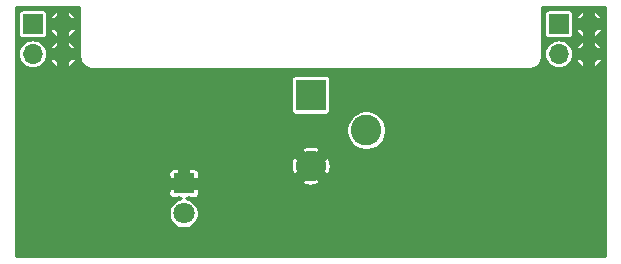
<source format=gbr>
G04 #@! TF.GenerationSoftware,KiCad,Pcbnew,(5.1.4)-1*
G04 #@! TF.CreationDate,2019-09-27T14:23:11+09:00*
G04 #@! TF.ProjectId,project 02,70726f6a-6563-4742-9030-322e6b696361,1*
G04 #@! TF.SameCoordinates,Original*
G04 #@! TF.FileFunction,Copper,L2,Bot*
G04 #@! TF.FilePolarity,Positive*
%FSLAX46Y46*%
G04 Gerber Fmt 4.6, Leading zero omitted, Abs format (unit mm)*
G04 Created by KiCad (PCBNEW (5.1.4)-1) date 2019-09-27 14:23:11*
%MOMM*%
%LPD*%
G04 APERTURE LIST*
%ADD10R,1.800000X1.800000*%
%ADD11C,1.800000*%
%ADD12O,1.700000X1.700000*%
%ADD13R,1.700000X1.700000*%
%ADD14R,2.600000X2.600000*%
%ADD15C,2.600000*%
%ADD16C,0.800000*%
%ADD17C,0.254000*%
G04 APERTURE END LIST*
D10*
X119250000Y-45000000D03*
D11*
X119250000Y-47540000D03*
D12*
X153540000Y-34040000D03*
X153540000Y-31500000D03*
X151000000Y-34040000D03*
D13*
X151000000Y-31500000D03*
D14*
X130000000Y-37500000D03*
D15*
X130000000Y-43500000D03*
X134700000Y-40500000D03*
D13*
X106460000Y-31500000D03*
D12*
X106460000Y-34040000D03*
X109000000Y-31500000D03*
X109000000Y-34040000D03*
D16*
X112250000Y-35750000D03*
X115750000Y-35750000D03*
X119250000Y-35750000D03*
X122750000Y-35750000D03*
X126250000Y-35750000D03*
X133750000Y-35750000D03*
X137750000Y-35750000D03*
X141250000Y-35750000D03*
X144750000Y-35750000D03*
X148250000Y-35750000D03*
X154500000Y-44250000D03*
X154500000Y-47500000D03*
X154500000Y-50750000D03*
X150500000Y-50750000D03*
X146750000Y-50750000D03*
X142750000Y-50750000D03*
X123250000Y-50750000D03*
X120250000Y-50750000D03*
X108500000Y-48500000D03*
X105500000Y-48500000D03*
X105500000Y-45500000D03*
X111500000Y-48500000D03*
X105500000Y-42500000D03*
D17*
G36*
X110419001Y-34278540D02*
G01*
X110421424Y-34303141D01*
X110421403Y-34306148D01*
X110422195Y-34314221D01*
X110427290Y-34362698D01*
X110427408Y-34363896D01*
X110427420Y-34363936D01*
X110432395Y-34411270D01*
X110442986Y-34462867D01*
X110452851Y-34514579D01*
X110455195Y-34522345D01*
X110484051Y-34615564D01*
X110504457Y-34664107D01*
X110524185Y-34712935D01*
X110527994Y-34720098D01*
X110574406Y-34805936D01*
X110603880Y-34849632D01*
X110632687Y-34893653D01*
X110637810Y-34899935D01*
X110637814Y-34899941D01*
X110637819Y-34899946D01*
X110700015Y-34975129D01*
X110737365Y-35012219D01*
X110774220Y-35049854D01*
X110780470Y-35055025D01*
X110856091Y-35116701D01*
X110899961Y-35145848D01*
X110943408Y-35175596D01*
X110950544Y-35179455D01*
X111036705Y-35225267D01*
X111085409Y-35245341D01*
X111133786Y-35266076D01*
X111141536Y-35268475D01*
X111141540Y-35268477D01*
X111141545Y-35268478D01*
X111234953Y-35296680D01*
X111286617Y-35306910D01*
X111338122Y-35317857D01*
X111346179Y-35318704D01*
X111346185Y-35318705D01*
X111346190Y-35318705D01*
X111443047Y-35328201D01*
X111471460Y-35331000D01*
X148528540Y-35331000D01*
X148553150Y-35328576D01*
X148556148Y-35328597D01*
X148564221Y-35327805D01*
X148612546Y-35322726D01*
X148613896Y-35322593D01*
X148613941Y-35322579D01*
X148661270Y-35317605D01*
X148712867Y-35307014D01*
X148764579Y-35297149D01*
X148772345Y-35294805D01*
X148865564Y-35265949D01*
X148914107Y-35245543D01*
X148962935Y-35225815D01*
X148970091Y-35222010D01*
X148970095Y-35222008D01*
X148970098Y-35222006D01*
X149055936Y-35175594D01*
X149099632Y-35146120D01*
X149143653Y-35117313D01*
X149149938Y-35112188D01*
X149149941Y-35112186D01*
X149149946Y-35112181D01*
X149225129Y-35049985D01*
X149262219Y-35012635D01*
X149299854Y-34975780D01*
X149305025Y-34969530D01*
X149366701Y-34893909D01*
X149395848Y-34850039D01*
X149425596Y-34806592D01*
X149429455Y-34799456D01*
X149475267Y-34713295D01*
X149495341Y-34664591D01*
X149516076Y-34616214D01*
X149518475Y-34608465D01*
X149546680Y-34515047D01*
X149556910Y-34463383D01*
X149567857Y-34411878D01*
X149568704Y-34403821D01*
X149568705Y-34403815D01*
X149568705Y-34403810D01*
X149578227Y-34306693D01*
X149581000Y-34278540D01*
X149581000Y-34040000D01*
X149763044Y-34040000D01*
X149786812Y-34281318D01*
X149857202Y-34513363D01*
X149971509Y-34727216D01*
X150125340Y-34914660D01*
X150312784Y-35068491D01*
X150526637Y-35182798D01*
X150758682Y-35253188D01*
X150939528Y-35271000D01*
X151060472Y-35271000D01*
X151241318Y-35253188D01*
X151473363Y-35182798D01*
X151687216Y-35068491D01*
X151874660Y-34914660D01*
X152028491Y-34727216D01*
X152100804Y-34591928D01*
X152439646Y-34591928D01*
X152568465Y-34795991D01*
X152734619Y-34971002D01*
X152931724Y-35110235D01*
X152988074Y-35140336D01*
X153167000Y-35112753D01*
X153167000Y-34413000D01*
X153913000Y-34413000D01*
X153913000Y-35112753D01*
X154091926Y-35140336D01*
X154148276Y-35110235D01*
X154345381Y-34971002D01*
X154511535Y-34795991D01*
X154640354Y-34591928D01*
X154617897Y-34413000D01*
X153913000Y-34413000D01*
X153167000Y-34413000D01*
X152462103Y-34413000D01*
X152439646Y-34591928D01*
X152100804Y-34591928D01*
X152142798Y-34513363D01*
X152213188Y-34281318D01*
X152236956Y-34040000D01*
X152213188Y-33798682D01*
X152142798Y-33566637D01*
X152100805Y-33488072D01*
X152439646Y-33488072D01*
X152462103Y-33667000D01*
X153167000Y-33667000D01*
X153167000Y-32967247D01*
X153913000Y-32967247D01*
X153913000Y-33667000D01*
X154617897Y-33667000D01*
X154640354Y-33488072D01*
X154511535Y-33284009D01*
X154345381Y-33108998D01*
X154148276Y-32969765D01*
X154091926Y-32939664D01*
X153913000Y-32967247D01*
X153167000Y-32967247D01*
X152988074Y-32939664D01*
X152931724Y-32969765D01*
X152734619Y-33108998D01*
X152568465Y-33284009D01*
X152439646Y-33488072D01*
X152100805Y-33488072D01*
X152028491Y-33352784D01*
X151874660Y-33165340D01*
X151687216Y-33011509D01*
X151473363Y-32897202D01*
X151241318Y-32826812D01*
X151060472Y-32809000D01*
X150939528Y-32809000D01*
X150758682Y-32826812D01*
X150526637Y-32897202D01*
X150312784Y-33011509D01*
X150125340Y-33165340D01*
X149971509Y-33352784D01*
X149857202Y-33566637D01*
X149786812Y-33798682D01*
X149763044Y-34040000D01*
X149581000Y-34040000D01*
X149581000Y-30650000D01*
X149767157Y-30650000D01*
X149767157Y-32350000D01*
X149774513Y-32424689D01*
X149796299Y-32496508D01*
X149831678Y-32562696D01*
X149879289Y-32620711D01*
X149937304Y-32668322D01*
X150003492Y-32703701D01*
X150075311Y-32725487D01*
X150150000Y-32732843D01*
X151850000Y-32732843D01*
X151924689Y-32725487D01*
X151996508Y-32703701D01*
X152062696Y-32668322D01*
X152120711Y-32620711D01*
X152168322Y-32562696D01*
X152203701Y-32496508D01*
X152225487Y-32424689D01*
X152232843Y-32350000D01*
X152232843Y-32051928D01*
X152439646Y-32051928D01*
X152568465Y-32255991D01*
X152734619Y-32431002D01*
X152931724Y-32570235D01*
X152988074Y-32600336D01*
X153167000Y-32572753D01*
X153167000Y-31873000D01*
X153913000Y-31873000D01*
X153913000Y-32572753D01*
X154091926Y-32600336D01*
X154148276Y-32570235D01*
X154345381Y-32431002D01*
X154511535Y-32255991D01*
X154640354Y-32051928D01*
X154617897Y-31873000D01*
X153913000Y-31873000D01*
X153167000Y-31873000D01*
X152462103Y-31873000D01*
X152439646Y-32051928D01*
X152232843Y-32051928D01*
X152232843Y-30948072D01*
X152439646Y-30948072D01*
X152462103Y-31127000D01*
X153167000Y-31127000D01*
X153167000Y-30427247D01*
X153913000Y-30427247D01*
X153913000Y-31127000D01*
X154617897Y-31127000D01*
X154640354Y-30948072D01*
X154511535Y-30744009D01*
X154345381Y-30568998D01*
X154148276Y-30429765D01*
X154091926Y-30399664D01*
X153913000Y-30427247D01*
X153167000Y-30427247D01*
X152988074Y-30399664D01*
X152931724Y-30429765D01*
X152734619Y-30568998D01*
X152568465Y-30744009D01*
X152439646Y-30948072D01*
X152232843Y-30948072D01*
X152232843Y-30650000D01*
X152225487Y-30575311D01*
X152203701Y-30503492D01*
X152168322Y-30437304D01*
X152120711Y-30379289D01*
X152062696Y-30331678D01*
X151996508Y-30296299D01*
X151924689Y-30274513D01*
X151850000Y-30267157D01*
X150150000Y-30267157D01*
X150075311Y-30274513D01*
X150003492Y-30296299D01*
X149937304Y-30331678D01*
X149879289Y-30379289D01*
X149831678Y-30437304D01*
X149796299Y-30503492D01*
X149774513Y-30575311D01*
X149767157Y-30650000D01*
X149581000Y-30650000D01*
X149581000Y-30081000D01*
X154919000Y-30081000D01*
X154919001Y-51169000D01*
X105081000Y-51169000D01*
X105081000Y-45900000D01*
X117967157Y-45900000D01*
X117974513Y-45974689D01*
X117996299Y-46046508D01*
X118031678Y-46112696D01*
X118079289Y-46170711D01*
X118137304Y-46218322D01*
X118203492Y-46253701D01*
X118275311Y-46275487D01*
X118350000Y-46282843D01*
X118781750Y-46281000D01*
X118876998Y-46185752D01*
X118876998Y-46281000D01*
X119013231Y-46281000D01*
X118876346Y-46308228D01*
X118643219Y-46404793D01*
X118433410Y-46544982D01*
X118254982Y-46723410D01*
X118114793Y-46933219D01*
X118018228Y-47166346D01*
X117969000Y-47413833D01*
X117969000Y-47666167D01*
X118018228Y-47913654D01*
X118114793Y-48146781D01*
X118254982Y-48356590D01*
X118433410Y-48535018D01*
X118643219Y-48675207D01*
X118876346Y-48771772D01*
X119123833Y-48821000D01*
X119376167Y-48821000D01*
X119623654Y-48771772D01*
X119856781Y-48675207D01*
X120066590Y-48535018D01*
X120245018Y-48356590D01*
X120385207Y-48146781D01*
X120481772Y-47913654D01*
X120531000Y-47666167D01*
X120531000Y-47413833D01*
X120481772Y-47166346D01*
X120385207Y-46933219D01*
X120245018Y-46723410D01*
X120066590Y-46544982D01*
X119856781Y-46404793D01*
X119623654Y-46308228D01*
X119486769Y-46281000D01*
X119623002Y-46281000D01*
X119623002Y-46185752D01*
X119718250Y-46281000D01*
X120150000Y-46282843D01*
X120224689Y-46275487D01*
X120296508Y-46253701D01*
X120362696Y-46218322D01*
X120420711Y-46170711D01*
X120468322Y-46112696D01*
X120503701Y-46046508D01*
X120525487Y-45974689D01*
X120532843Y-45900000D01*
X120531000Y-45468250D01*
X120435750Y-45373000D01*
X119623000Y-45373000D01*
X119623000Y-45393000D01*
X118877000Y-45393000D01*
X118877000Y-45373000D01*
X118064250Y-45373000D01*
X117969000Y-45468250D01*
X117967157Y-45900000D01*
X105081000Y-45900000D01*
X105081000Y-44859501D01*
X129168000Y-44859501D01*
X129333425Y-45052048D01*
X129649023Y-45152267D01*
X129978108Y-45188992D01*
X130308035Y-45160809D01*
X130626123Y-45068803D01*
X130666575Y-45052048D01*
X130832000Y-44859501D01*
X130000000Y-44027502D01*
X129168000Y-44859501D01*
X105081000Y-44859501D01*
X105081000Y-44100000D01*
X117967157Y-44100000D01*
X117969000Y-44531750D01*
X118064250Y-44627000D01*
X118877000Y-44627000D01*
X118877000Y-43814250D01*
X119623000Y-43814250D01*
X119623000Y-44627000D01*
X120435750Y-44627000D01*
X120531000Y-44531750D01*
X120532843Y-44100000D01*
X120525487Y-44025311D01*
X120503701Y-43953492D01*
X120468322Y-43887304D01*
X120420711Y-43829289D01*
X120362696Y-43781678D01*
X120296508Y-43746299D01*
X120224689Y-43724513D01*
X120150000Y-43717157D01*
X119718250Y-43719000D01*
X119623000Y-43814250D01*
X118877000Y-43814250D01*
X118781750Y-43719000D01*
X118350000Y-43717157D01*
X118275311Y-43724513D01*
X118203492Y-43746299D01*
X118137304Y-43781678D01*
X118079289Y-43829289D01*
X118031678Y-43887304D01*
X117996299Y-43953492D01*
X117974513Y-44025311D01*
X117967157Y-44100000D01*
X105081000Y-44100000D01*
X105081000Y-43478108D01*
X128311008Y-43478108D01*
X128339191Y-43808035D01*
X128431197Y-44126123D01*
X128447952Y-44166575D01*
X128640499Y-44332000D01*
X129472498Y-43500000D01*
X130527502Y-43500000D01*
X131359501Y-44332000D01*
X131552048Y-44166575D01*
X131652267Y-43850977D01*
X131688992Y-43521892D01*
X131660809Y-43191965D01*
X131568803Y-42873877D01*
X131552048Y-42833425D01*
X131359501Y-42668000D01*
X130527502Y-43500000D01*
X129472498Y-43500000D01*
X128640499Y-42668000D01*
X128447952Y-42833425D01*
X128347733Y-43149023D01*
X128311008Y-43478108D01*
X105081000Y-43478108D01*
X105081000Y-42140499D01*
X129168000Y-42140499D01*
X130000000Y-42972498D01*
X130832000Y-42140499D01*
X130666575Y-41947952D01*
X130350977Y-41847733D01*
X130021892Y-41811008D01*
X129691965Y-41839191D01*
X129373877Y-41931197D01*
X129333425Y-41947952D01*
X129168000Y-42140499D01*
X105081000Y-42140499D01*
X105081000Y-40334436D01*
X133019000Y-40334436D01*
X133019000Y-40665564D01*
X133083600Y-40990330D01*
X133210317Y-41296252D01*
X133394282Y-41571575D01*
X133628425Y-41805718D01*
X133903748Y-41989683D01*
X134209670Y-42116400D01*
X134534436Y-42181000D01*
X134865564Y-42181000D01*
X135190330Y-42116400D01*
X135496252Y-41989683D01*
X135771575Y-41805718D01*
X136005718Y-41571575D01*
X136189683Y-41296252D01*
X136316400Y-40990330D01*
X136381000Y-40665564D01*
X136381000Y-40334436D01*
X136316400Y-40009670D01*
X136189683Y-39703748D01*
X136005718Y-39428425D01*
X135771575Y-39194282D01*
X135496252Y-39010317D01*
X135190330Y-38883600D01*
X134865564Y-38819000D01*
X134534436Y-38819000D01*
X134209670Y-38883600D01*
X133903748Y-39010317D01*
X133628425Y-39194282D01*
X133394282Y-39428425D01*
X133210317Y-39703748D01*
X133083600Y-40009670D01*
X133019000Y-40334436D01*
X105081000Y-40334436D01*
X105081000Y-36200000D01*
X128317157Y-36200000D01*
X128317157Y-38800000D01*
X128324513Y-38874689D01*
X128346299Y-38946508D01*
X128381678Y-39012696D01*
X128429289Y-39070711D01*
X128487304Y-39118322D01*
X128553492Y-39153701D01*
X128625311Y-39175487D01*
X128700000Y-39182843D01*
X131300000Y-39182843D01*
X131374689Y-39175487D01*
X131446508Y-39153701D01*
X131512696Y-39118322D01*
X131570711Y-39070711D01*
X131618322Y-39012696D01*
X131653701Y-38946508D01*
X131675487Y-38874689D01*
X131682843Y-38800000D01*
X131682843Y-36200000D01*
X131675487Y-36125311D01*
X131653701Y-36053492D01*
X131618322Y-35987304D01*
X131570711Y-35929289D01*
X131512696Y-35881678D01*
X131446508Y-35846299D01*
X131374689Y-35824513D01*
X131300000Y-35817157D01*
X128700000Y-35817157D01*
X128625311Y-35824513D01*
X128553492Y-35846299D01*
X128487304Y-35881678D01*
X128429289Y-35929289D01*
X128381678Y-35987304D01*
X128346299Y-36053492D01*
X128324513Y-36125311D01*
X128317157Y-36200000D01*
X105081000Y-36200000D01*
X105081000Y-34040000D01*
X105223044Y-34040000D01*
X105246812Y-34281318D01*
X105317202Y-34513363D01*
X105431509Y-34727216D01*
X105585340Y-34914660D01*
X105772784Y-35068491D01*
X105986637Y-35182798D01*
X106218682Y-35253188D01*
X106399528Y-35271000D01*
X106520472Y-35271000D01*
X106701318Y-35253188D01*
X106933363Y-35182798D01*
X107147216Y-35068491D01*
X107334660Y-34914660D01*
X107488491Y-34727216D01*
X107560804Y-34591928D01*
X107899646Y-34591928D01*
X108028465Y-34795991D01*
X108194619Y-34971002D01*
X108391724Y-35110235D01*
X108448074Y-35140336D01*
X108627000Y-35112753D01*
X108627000Y-34413000D01*
X109373000Y-34413000D01*
X109373000Y-35112753D01*
X109551926Y-35140336D01*
X109608276Y-35110235D01*
X109805381Y-34971002D01*
X109971535Y-34795991D01*
X110100354Y-34591928D01*
X110077897Y-34413000D01*
X109373000Y-34413000D01*
X108627000Y-34413000D01*
X107922103Y-34413000D01*
X107899646Y-34591928D01*
X107560804Y-34591928D01*
X107602798Y-34513363D01*
X107673188Y-34281318D01*
X107696956Y-34040000D01*
X107673188Y-33798682D01*
X107602798Y-33566637D01*
X107560805Y-33488072D01*
X107899646Y-33488072D01*
X107922103Y-33667000D01*
X108627000Y-33667000D01*
X108627000Y-32967247D01*
X109373000Y-32967247D01*
X109373000Y-33667000D01*
X110077897Y-33667000D01*
X110100354Y-33488072D01*
X109971535Y-33284009D01*
X109805381Y-33108998D01*
X109608276Y-32969765D01*
X109551926Y-32939664D01*
X109373000Y-32967247D01*
X108627000Y-32967247D01*
X108448074Y-32939664D01*
X108391724Y-32969765D01*
X108194619Y-33108998D01*
X108028465Y-33284009D01*
X107899646Y-33488072D01*
X107560805Y-33488072D01*
X107488491Y-33352784D01*
X107334660Y-33165340D01*
X107147216Y-33011509D01*
X106933363Y-32897202D01*
X106701318Y-32826812D01*
X106520472Y-32809000D01*
X106399528Y-32809000D01*
X106218682Y-32826812D01*
X105986637Y-32897202D01*
X105772784Y-33011509D01*
X105585340Y-33165340D01*
X105431509Y-33352784D01*
X105317202Y-33566637D01*
X105246812Y-33798682D01*
X105223044Y-34040000D01*
X105081000Y-34040000D01*
X105081000Y-30650000D01*
X105227157Y-30650000D01*
X105227157Y-32350000D01*
X105234513Y-32424689D01*
X105256299Y-32496508D01*
X105291678Y-32562696D01*
X105339289Y-32620711D01*
X105397304Y-32668322D01*
X105463492Y-32703701D01*
X105535311Y-32725487D01*
X105610000Y-32732843D01*
X107310000Y-32732843D01*
X107384689Y-32725487D01*
X107456508Y-32703701D01*
X107522696Y-32668322D01*
X107580711Y-32620711D01*
X107628322Y-32562696D01*
X107663701Y-32496508D01*
X107685487Y-32424689D01*
X107692843Y-32350000D01*
X107692843Y-32051928D01*
X107899646Y-32051928D01*
X108028465Y-32255991D01*
X108194619Y-32431002D01*
X108391724Y-32570235D01*
X108448074Y-32600336D01*
X108627000Y-32572753D01*
X108627000Y-31873000D01*
X109373000Y-31873000D01*
X109373000Y-32572753D01*
X109551926Y-32600336D01*
X109608276Y-32570235D01*
X109805381Y-32431002D01*
X109971535Y-32255991D01*
X110100354Y-32051928D01*
X110077897Y-31873000D01*
X109373000Y-31873000D01*
X108627000Y-31873000D01*
X107922103Y-31873000D01*
X107899646Y-32051928D01*
X107692843Y-32051928D01*
X107692843Y-30948072D01*
X107899646Y-30948072D01*
X107922103Y-31127000D01*
X108627000Y-31127000D01*
X108627000Y-30427247D01*
X109373000Y-30427247D01*
X109373000Y-31127000D01*
X110077897Y-31127000D01*
X110100354Y-30948072D01*
X109971535Y-30744009D01*
X109805381Y-30568998D01*
X109608276Y-30429765D01*
X109551926Y-30399664D01*
X109373000Y-30427247D01*
X108627000Y-30427247D01*
X108448074Y-30399664D01*
X108391724Y-30429765D01*
X108194619Y-30568998D01*
X108028465Y-30744009D01*
X107899646Y-30948072D01*
X107692843Y-30948072D01*
X107692843Y-30650000D01*
X107685487Y-30575311D01*
X107663701Y-30503492D01*
X107628322Y-30437304D01*
X107580711Y-30379289D01*
X107522696Y-30331678D01*
X107456508Y-30296299D01*
X107384689Y-30274513D01*
X107310000Y-30267157D01*
X105610000Y-30267157D01*
X105535311Y-30274513D01*
X105463492Y-30296299D01*
X105397304Y-30331678D01*
X105339289Y-30379289D01*
X105291678Y-30437304D01*
X105256299Y-30503492D01*
X105234513Y-30575311D01*
X105227157Y-30650000D01*
X105081000Y-30650000D01*
X105081000Y-30081000D01*
X110419000Y-30081000D01*
X110419001Y-34278540D01*
X110419001Y-34278540D01*
G37*
X110419001Y-34278540D02*
X110421424Y-34303141D01*
X110421403Y-34306148D01*
X110422195Y-34314221D01*
X110427290Y-34362698D01*
X110427408Y-34363896D01*
X110427420Y-34363936D01*
X110432395Y-34411270D01*
X110442986Y-34462867D01*
X110452851Y-34514579D01*
X110455195Y-34522345D01*
X110484051Y-34615564D01*
X110504457Y-34664107D01*
X110524185Y-34712935D01*
X110527994Y-34720098D01*
X110574406Y-34805936D01*
X110603880Y-34849632D01*
X110632687Y-34893653D01*
X110637810Y-34899935D01*
X110637814Y-34899941D01*
X110637819Y-34899946D01*
X110700015Y-34975129D01*
X110737365Y-35012219D01*
X110774220Y-35049854D01*
X110780470Y-35055025D01*
X110856091Y-35116701D01*
X110899961Y-35145848D01*
X110943408Y-35175596D01*
X110950544Y-35179455D01*
X111036705Y-35225267D01*
X111085409Y-35245341D01*
X111133786Y-35266076D01*
X111141536Y-35268475D01*
X111141540Y-35268477D01*
X111141545Y-35268478D01*
X111234953Y-35296680D01*
X111286617Y-35306910D01*
X111338122Y-35317857D01*
X111346179Y-35318704D01*
X111346185Y-35318705D01*
X111346190Y-35318705D01*
X111443047Y-35328201D01*
X111471460Y-35331000D01*
X148528540Y-35331000D01*
X148553150Y-35328576D01*
X148556148Y-35328597D01*
X148564221Y-35327805D01*
X148612546Y-35322726D01*
X148613896Y-35322593D01*
X148613941Y-35322579D01*
X148661270Y-35317605D01*
X148712867Y-35307014D01*
X148764579Y-35297149D01*
X148772345Y-35294805D01*
X148865564Y-35265949D01*
X148914107Y-35245543D01*
X148962935Y-35225815D01*
X148970091Y-35222010D01*
X148970095Y-35222008D01*
X148970098Y-35222006D01*
X149055936Y-35175594D01*
X149099632Y-35146120D01*
X149143653Y-35117313D01*
X149149938Y-35112188D01*
X149149941Y-35112186D01*
X149149946Y-35112181D01*
X149225129Y-35049985D01*
X149262219Y-35012635D01*
X149299854Y-34975780D01*
X149305025Y-34969530D01*
X149366701Y-34893909D01*
X149395848Y-34850039D01*
X149425596Y-34806592D01*
X149429455Y-34799456D01*
X149475267Y-34713295D01*
X149495341Y-34664591D01*
X149516076Y-34616214D01*
X149518475Y-34608465D01*
X149546680Y-34515047D01*
X149556910Y-34463383D01*
X149567857Y-34411878D01*
X149568704Y-34403821D01*
X149568705Y-34403815D01*
X149568705Y-34403810D01*
X149578227Y-34306693D01*
X149581000Y-34278540D01*
X149581000Y-34040000D01*
X149763044Y-34040000D01*
X149786812Y-34281318D01*
X149857202Y-34513363D01*
X149971509Y-34727216D01*
X150125340Y-34914660D01*
X150312784Y-35068491D01*
X150526637Y-35182798D01*
X150758682Y-35253188D01*
X150939528Y-35271000D01*
X151060472Y-35271000D01*
X151241318Y-35253188D01*
X151473363Y-35182798D01*
X151687216Y-35068491D01*
X151874660Y-34914660D01*
X152028491Y-34727216D01*
X152100804Y-34591928D01*
X152439646Y-34591928D01*
X152568465Y-34795991D01*
X152734619Y-34971002D01*
X152931724Y-35110235D01*
X152988074Y-35140336D01*
X153167000Y-35112753D01*
X153167000Y-34413000D01*
X153913000Y-34413000D01*
X153913000Y-35112753D01*
X154091926Y-35140336D01*
X154148276Y-35110235D01*
X154345381Y-34971002D01*
X154511535Y-34795991D01*
X154640354Y-34591928D01*
X154617897Y-34413000D01*
X153913000Y-34413000D01*
X153167000Y-34413000D01*
X152462103Y-34413000D01*
X152439646Y-34591928D01*
X152100804Y-34591928D01*
X152142798Y-34513363D01*
X152213188Y-34281318D01*
X152236956Y-34040000D01*
X152213188Y-33798682D01*
X152142798Y-33566637D01*
X152100805Y-33488072D01*
X152439646Y-33488072D01*
X152462103Y-33667000D01*
X153167000Y-33667000D01*
X153167000Y-32967247D01*
X153913000Y-32967247D01*
X153913000Y-33667000D01*
X154617897Y-33667000D01*
X154640354Y-33488072D01*
X154511535Y-33284009D01*
X154345381Y-33108998D01*
X154148276Y-32969765D01*
X154091926Y-32939664D01*
X153913000Y-32967247D01*
X153167000Y-32967247D01*
X152988074Y-32939664D01*
X152931724Y-32969765D01*
X152734619Y-33108998D01*
X152568465Y-33284009D01*
X152439646Y-33488072D01*
X152100805Y-33488072D01*
X152028491Y-33352784D01*
X151874660Y-33165340D01*
X151687216Y-33011509D01*
X151473363Y-32897202D01*
X151241318Y-32826812D01*
X151060472Y-32809000D01*
X150939528Y-32809000D01*
X150758682Y-32826812D01*
X150526637Y-32897202D01*
X150312784Y-33011509D01*
X150125340Y-33165340D01*
X149971509Y-33352784D01*
X149857202Y-33566637D01*
X149786812Y-33798682D01*
X149763044Y-34040000D01*
X149581000Y-34040000D01*
X149581000Y-30650000D01*
X149767157Y-30650000D01*
X149767157Y-32350000D01*
X149774513Y-32424689D01*
X149796299Y-32496508D01*
X149831678Y-32562696D01*
X149879289Y-32620711D01*
X149937304Y-32668322D01*
X150003492Y-32703701D01*
X150075311Y-32725487D01*
X150150000Y-32732843D01*
X151850000Y-32732843D01*
X151924689Y-32725487D01*
X151996508Y-32703701D01*
X152062696Y-32668322D01*
X152120711Y-32620711D01*
X152168322Y-32562696D01*
X152203701Y-32496508D01*
X152225487Y-32424689D01*
X152232843Y-32350000D01*
X152232843Y-32051928D01*
X152439646Y-32051928D01*
X152568465Y-32255991D01*
X152734619Y-32431002D01*
X152931724Y-32570235D01*
X152988074Y-32600336D01*
X153167000Y-32572753D01*
X153167000Y-31873000D01*
X153913000Y-31873000D01*
X153913000Y-32572753D01*
X154091926Y-32600336D01*
X154148276Y-32570235D01*
X154345381Y-32431002D01*
X154511535Y-32255991D01*
X154640354Y-32051928D01*
X154617897Y-31873000D01*
X153913000Y-31873000D01*
X153167000Y-31873000D01*
X152462103Y-31873000D01*
X152439646Y-32051928D01*
X152232843Y-32051928D01*
X152232843Y-30948072D01*
X152439646Y-30948072D01*
X152462103Y-31127000D01*
X153167000Y-31127000D01*
X153167000Y-30427247D01*
X153913000Y-30427247D01*
X153913000Y-31127000D01*
X154617897Y-31127000D01*
X154640354Y-30948072D01*
X154511535Y-30744009D01*
X154345381Y-30568998D01*
X154148276Y-30429765D01*
X154091926Y-30399664D01*
X153913000Y-30427247D01*
X153167000Y-30427247D01*
X152988074Y-30399664D01*
X152931724Y-30429765D01*
X152734619Y-30568998D01*
X152568465Y-30744009D01*
X152439646Y-30948072D01*
X152232843Y-30948072D01*
X152232843Y-30650000D01*
X152225487Y-30575311D01*
X152203701Y-30503492D01*
X152168322Y-30437304D01*
X152120711Y-30379289D01*
X152062696Y-30331678D01*
X151996508Y-30296299D01*
X151924689Y-30274513D01*
X151850000Y-30267157D01*
X150150000Y-30267157D01*
X150075311Y-30274513D01*
X150003492Y-30296299D01*
X149937304Y-30331678D01*
X149879289Y-30379289D01*
X149831678Y-30437304D01*
X149796299Y-30503492D01*
X149774513Y-30575311D01*
X149767157Y-30650000D01*
X149581000Y-30650000D01*
X149581000Y-30081000D01*
X154919000Y-30081000D01*
X154919001Y-51169000D01*
X105081000Y-51169000D01*
X105081000Y-45900000D01*
X117967157Y-45900000D01*
X117974513Y-45974689D01*
X117996299Y-46046508D01*
X118031678Y-46112696D01*
X118079289Y-46170711D01*
X118137304Y-46218322D01*
X118203492Y-46253701D01*
X118275311Y-46275487D01*
X118350000Y-46282843D01*
X118781750Y-46281000D01*
X118876998Y-46185752D01*
X118876998Y-46281000D01*
X119013231Y-46281000D01*
X118876346Y-46308228D01*
X118643219Y-46404793D01*
X118433410Y-46544982D01*
X118254982Y-46723410D01*
X118114793Y-46933219D01*
X118018228Y-47166346D01*
X117969000Y-47413833D01*
X117969000Y-47666167D01*
X118018228Y-47913654D01*
X118114793Y-48146781D01*
X118254982Y-48356590D01*
X118433410Y-48535018D01*
X118643219Y-48675207D01*
X118876346Y-48771772D01*
X119123833Y-48821000D01*
X119376167Y-48821000D01*
X119623654Y-48771772D01*
X119856781Y-48675207D01*
X120066590Y-48535018D01*
X120245018Y-48356590D01*
X120385207Y-48146781D01*
X120481772Y-47913654D01*
X120531000Y-47666167D01*
X120531000Y-47413833D01*
X120481772Y-47166346D01*
X120385207Y-46933219D01*
X120245018Y-46723410D01*
X120066590Y-46544982D01*
X119856781Y-46404793D01*
X119623654Y-46308228D01*
X119486769Y-46281000D01*
X119623002Y-46281000D01*
X119623002Y-46185752D01*
X119718250Y-46281000D01*
X120150000Y-46282843D01*
X120224689Y-46275487D01*
X120296508Y-46253701D01*
X120362696Y-46218322D01*
X120420711Y-46170711D01*
X120468322Y-46112696D01*
X120503701Y-46046508D01*
X120525487Y-45974689D01*
X120532843Y-45900000D01*
X120531000Y-45468250D01*
X120435750Y-45373000D01*
X119623000Y-45373000D01*
X119623000Y-45393000D01*
X118877000Y-45393000D01*
X118877000Y-45373000D01*
X118064250Y-45373000D01*
X117969000Y-45468250D01*
X117967157Y-45900000D01*
X105081000Y-45900000D01*
X105081000Y-44859501D01*
X129168000Y-44859501D01*
X129333425Y-45052048D01*
X129649023Y-45152267D01*
X129978108Y-45188992D01*
X130308035Y-45160809D01*
X130626123Y-45068803D01*
X130666575Y-45052048D01*
X130832000Y-44859501D01*
X130000000Y-44027502D01*
X129168000Y-44859501D01*
X105081000Y-44859501D01*
X105081000Y-44100000D01*
X117967157Y-44100000D01*
X117969000Y-44531750D01*
X118064250Y-44627000D01*
X118877000Y-44627000D01*
X118877000Y-43814250D01*
X119623000Y-43814250D01*
X119623000Y-44627000D01*
X120435750Y-44627000D01*
X120531000Y-44531750D01*
X120532843Y-44100000D01*
X120525487Y-44025311D01*
X120503701Y-43953492D01*
X120468322Y-43887304D01*
X120420711Y-43829289D01*
X120362696Y-43781678D01*
X120296508Y-43746299D01*
X120224689Y-43724513D01*
X120150000Y-43717157D01*
X119718250Y-43719000D01*
X119623000Y-43814250D01*
X118877000Y-43814250D01*
X118781750Y-43719000D01*
X118350000Y-43717157D01*
X118275311Y-43724513D01*
X118203492Y-43746299D01*
X118137304Y-43781678D01*
X118079289Y-43829289D01*
X118031678Y-43887304D01*
X117996299Y-43953492D01*
X117974513Y-44025311D01*
X117967157Y-44100000D01*
X105081000Y-44100000D01*
X105081000Y-43478108D01*
X128311008Y-43478108D01*
X128339191Y-43808035D01*
X128431197Y-44126123D01*
X128447952Y-44166575D01*
X128640499Y-44332000D01*
X129472498Y-43500000D01*
X130527502Y-43500000D01*
X131359501Y-44332000D01*
X131552048Y-44166575D01*
X131652267Y-43850977D01*
X131688992Y-43521892D01*
X131660809Y-43191965D01*
X131568803Y-42873877D01*
X131552048Y-42833425D01*
X131359501Y-42668000D01*
X130527502Y-43500000D01*
X129472498Y-43500000D01*
X128640499Y-42668000D01*
X128447952Y-42833425D01*
X128347733Y-43149023D01*
X128311008Y-43478108D01*
X105081000Y-43478108D01*
X105081000Y-42140499D01*
X129168000Y-42140499D01*
X130000000Y-42972498D01*
X130832000Y-42140499D01*
X130666575Y-41947952D01*
X130350977Y-41847733D01*
X130021892Y-41811008D01*
X129691965Y-41839191D01*
X129373877Y-41931197D01*
X129333425Y-41947952D01*
X129168000Y-42140499D01*
X105081000Y-42140499D01*
X105081000Y-40334436D01*
X133019000Y-40334436D01*
X133019000Y-40665564D01*
X133083600Y-40990330D01*
X133210317Y-41296252D01*
X133394282Y-41571575D01*
X133628425Y-41805718D01*
X133903748Y-41989683D01*
X134209670Y-42116400D01*
X134534436Y-42181000D01*
X134865564Y-42181000D01*
X135190330Y-42116400D01*
X135496252Y-41989683D01*
X135771575Y-41805718D01*
X136005718Y-41571575D01*
X136189683Y-41296252D01*
X136316400Y-40990330D01*
X136381000Y-40665564D01*
X136381000Y-40334436D01*
X136316400Y-40009670D01*
X136189683Y-39703748D01*
X136005718Y-39428425D01*
X135771575Y-39194282D01*
X135496252Y-39010317D01*
X135190330Y-38883600D01*
X134865564Y-38819000D01*
X134534436Y-38819000D01*
X134209670Y-38883600D01*
X133903748Y-39010317D01*
X133628425Y-39194282D01*
X133394282Y-39428425D01*
X133210317Y-39703748D01*
X133083600Y-40009670D01*
X133019000Y-40334436D01*
X105081000Y-40334436D01*
X105081000Y-36200000D01*
X128317157Y-36200000D01*
X128317157Y-38800000D01*
X128324513Y-38874689D01*
X128346299Y-38946508D01*
X128381678Y-39012696D01*
X128429289Y-39070711D01*
X128487304Y-39118322D01*
X128553492Y-39153701D01*
X128625311Y-39175487D01*
X128700000Y-39182843D01*
X131300000Y-39182843D01*
X131374689Y-39175487D01*
X131446508Y-39153701D01*
X131512696Y-39118322D01*
X131570711Y-39070711D01*
X131618322Y-39012696D01*
X131653701Y-38946508D01*
X131675487Y-38874689D01*
X131682843Y-38800000D01*
X131682843Y-36200000D01*
X131675487Y-36125311D01*
X131653701Y-36053492D01*
X131618322Y-35987304D01*
X131570711Y-35929289D01*
X131512696Y-35881678D01*
X131446508Y-35846299D01*
X131374689Y-35824513D01*
X131300000Y-35817157D01*
X128700000Y-35817157D01*
X128625311Y-35824513D01*
X128553492Y-35846299D01*
X128487304Y-35881678D01*
X128429289Y-35929289D01*
X128381678Y-35987304D01*
X128346299Y-36053492D01*
X128324513Y-36125311D01*
X128317157Y-36200000D01*
X105081000Y-36200000D01*
X105081000Y-34040000D01*
X105223044Y-34040000D01*
X105246812Y-34281318D01*
X105317202Y-34513363D01*
X105431509Y-34727216D01*
X105585340Y-34914660D01*
X105772784Y-35068491D01*
X105986637Y-35182798D01*
X106218682Y-35253188D01*
X106399528Y-35271000D01*
X106520472Y-35271000D01*
X106701318Y-35253188D01*
X106933363Y-35182798D01*
X107147216Y-35068491D01*
X107334660Y-34914660D01*
X107488491Y-34727216D01*
X107560804Y-34591928D01*
X107899646Y-34591928D01*
X108028465Y-34795991D01*
X108194619Y-34971002D01*
X108391724Y-35110235D01*
X108448074Y-35140336D01*
X108627000Y-35112753D01*
X108627000Y-34413000D01*
X109373000Y-34413000D01*
X109373000Y-35112753D01*
X109551926Y-35140336D01*
X109608276Y-35110235D01*
X109805381Y-34971002D01*
X109971535Y-34795991D01*
X110100354Y-34591928D01*
X110077897Y-34413000D01*
X109373000Y-34413000D01*
X108627000Y-34413000D01*
X107922103Y-34413000D01*
X107899646Y-34591928D01*
X107560804Y-34591928D01*
X107602798Y-34513363D01*
X107673188Y-34281318D01*
X107696956Y-34040000D01*
X107673188Y-33798682D01*
X107602798Y-33566637D01*
X107560805Y-33488072D01*
X107899646Y-33488072D01*
X107922103Y-33667000D01*
X108627000Y-33667000D01*
X108627000Y-32967247D01*
X109373000Y-32967247D01*
X109373000Y-33667000D01*
X110077897Y-33667000D01*
X110100354Y-33488072D01*
X109971535Y-33284009D01*
X109805381Y-33108998D01*
X109608276Y-32969765D01*
X109551926Y-32939664D01*
X109373000Y-32967247D01*
X108627000Y-32967247D01*
X108448074Y-32939664D01*
X108391724Y-32969765D01*
X108194619Y-33108998D01*
X108028465Y-33284009D01*
X107899646Y-33488072D01*
X107560805Y-33488072D01*
X107488491Y-33352784D01*
X107334660Y-33165340D01*
X107147216Y-33011509D01*
X106933363Y-32897202D01*
X106701318Y-32826812D01*
X106520472Y-32809000D01*
X106399528Y-32809000D01*
X106218682Y-32826812D01*
X105986637Y-32897202D01*
X105772784Y-33011509D01*
X105585340Y-33165340D01*
X105431509Y-33352784D01*
X105317202Y-33566637D01*
X105246812Y-33798682D01*
X105223044Y-34040000D01*
X105081000Y-34040000D01*
X105081000Y-30650000D01*
X105227157Y-30650000D01*
X105227157Y-32350000D01*
X105234513Y-32424689D01*
X105256299Y-32496508D01*
X105291678Y-32562696D01*
X105339289Y-32620711D01*
X105397304Y-32668322D01*
X105463492Y-32703701D01*
X105535311Y-32725487D01*
X105610000Y-32732843D01*
X107310000Y-32732843D01*
X107384689Y-32725487D01*
X107456508Y-32703701D01*
X107522696Y-32668322D01*
X107580711Y-32620711D01*
X107628322Y-32562696D01*
X107663701Y-32496508D01*
X107685487Y-32424689D01*
X107692843Y-32350000D01*
X107692843Y-32051928D01*
X107899646Y-32051928D01*
X108028465Y-32255991D01*
X108194619Y-32431002D01*
X108391724Y-32570235D01*
X108448074Y-32600336D01*
X108627000Y-32572753D01*
X108627000Y-31873000D01*
X109373000Y-31873000D01*
X109373000Y-32572753D01*
X109551926Y-32600336D01*
X109608276Y-32570235D01*
X109805381Y-32431002D01*
X109971535Y-32255991D01*
X110100354Y-32051928D01*
X110077897Y-31873000D01*
X109373000Y-31873000D01*
X108627000Y-31873000D01*
X107922103Y-31873000D01*
X107899646Y-32051928D01*
X107692843Y-32051928D01*
X107692843Y-30948072D01*
X107899646Y-30948072D01*
X107922103Y-31127000D01*
X108627000Y-31127000D01*
X108627000Y-30427247D01*
X109373000Y-30427247D01*
X109373000Y-31127000D01*
X110077897Y-31127000D01*
X110100354Y-30948072D01*
X109971535Y-30744009D01*
X109805381Y-30568998D01*
X109608276Y-30429765D01*
X109551926Y-30399664D01*
X109373000Y-30427247D01*
X108627000Y-30427247D01*
X108448074Y-30399664D01*
X108391724Y-30429765D01*
X108194619Y-30568998D01*
X108028465Y-30744009D01*
X107899646Y-30948072D01*
X107692843Y-30948072D01*
X107692843Y-30650000D01*
X107685487Y-30575311D01*
X107663701Y-30503492D01*
X107628322Y-30437304D01*
X107580711Y-30379289D01*
X107522696Y-30331678D01*
X107456508Y-30296299D01*
X107384689Y-30274513D01*
X107310000Y-30267157D01*
X105610000Y-30267157D01*
X105535311Y-30274513D01*
X105463492Y-30296299D01*
X105397304Y-30331678D01*
X105339289Y-30379289D01*
X105291678Y-30437304D01*
X105256299Y-30503492D01*
X105234513Y-30575311D01*
X105227157Y-30650000D01*
X105081000Y-30650000D01*
X105081000Y-30081000D01*
X110419000Y-30081000D01*
X110419001Y-34278540D01*
M02*

</source>
